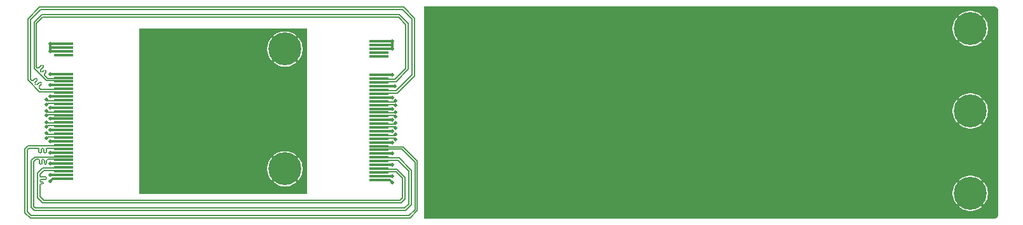
<source format=gbr>
%TF.GenerationSoftware,KiCad,Pcbnew,9.0.0*%
%TF.CreationDate,2025-04-28T22:47:42-04:00*%
%TF.ProjectId,Interposer_Board_Test_Fixture,496e7465-7270-46f7-9365-725f426f6172,rev?*%
%TF.SameCoordinates,Original*%
%TF.FileFunction,Copper,L1,Top*%
%TF.FilePolarity,Positive*%
%FSLAX46Y46*%
G04 Gerber Fmt 4.6, Leading zero omitted, Abs format (unit mm)*
G04 Created by KiCad (PCBNEW 9.0.0) date 2025-04-28 22:47:42*
%MOMM*%
%LPD*%
G01*
G04 APERTURE LIST*
%TA.AperFunction,SMDPad,CuDef*%
%ADD10R,2.500000X0.350000*%
%TD*%
%TA.AperFunction,ComponentPad*%
%ADD11C,0.700000*%
%TD*%
%TA.AperFunction,ComponentPad*%
%ADD12C,4.400000*%
%TD*%
%TA.AperFunction,ViaPad*%
%ADD13C,0.508000*%
%TD*%
%TA.AperFunction,Conductor*%
%ADD14C,0.350000*%
%TD*%
%TA.AperFunction,Conductor*%
%ADD15C,0.188000*%
%TD*%
G04 APERTURE END LIST*
D10*
%TO.P,J1,1,1*%
%TO.N,GND*%
X116913600Y-115178600D03*
%TO.P,J1,3,3*%
X116913600Y-114678600D03*
%TO.P,J1,5,5*%
%TO.N,/TX3_N*%
X116913600Y-114178601D03*
%TO.P,J1,7,7*%
%TO.N,/TX3_P*%
X116913600Y-113678600D03*
%TO.P,J1,9,9*%
%TO.N,GND*%
X116913600Y-113178600D03*
%TO.P,J1,11,11*%
%TO.N,/RX3_N*%
X116913600Y-112678599D03*
%TO.P,J1,13,13*%
%TO.N,/RX3_P*%
X116913600Y-112178600D03*
%TO.P,J1,15,15*%
%TO.N,GND*%
X116913600Y-111678601D03*
%TO.P,J1,17,17*%
%TO.N,/TX2_N*%
X116913600Y-111178600D03*
%TO.P,J1,19,19*%
%TO.N,/TX2_P*%
X116913600Y-110678600D03*
%TO.P,J1,21,21*%
%TO.N,GND*%
X116913600Y-110178599D03*
%TO.P,J1,23,23*%
%TO.N,/RX2_N*%
X116913600Y-109678600D03*
%TO.P,J1,25,25*%
%TO.N,/RX2_P*%
X116913600Y-109178601D03*
%TO.P,J1,27,27*%
%TO.N,GND*%
X116913600Y-108678600D03*
%TO.P,J1,29,29*%
%TO.N,/TX1_N*%
X116913600Y-108178600D03*
%TO.P,J1,31,31*%
%TO.N,/TX1_P*%
X116913600Y-107678599D03*
%TO.P,J1,33,33*%
%TO.N,GND*%
X116913600Y-107178600D03*
%TO.P,J1,35,35*%
%TO.N,/RX1_N*%
X116913600Y-106678600D03*
%TO.P,J1,37,37*%
%TO.N,/RX1_P*%
X116913600Y-106178600D03*
%TO.P,J1,39,39*%
%TO.N,GND*%
X116913600Y-105678600D03*
%TO.P,J1,41,41*%
%TO.N,/TX0_N*%
X116913600Y-105178601D03*
%TO.P,J1,43,43*%
%TO.N,/TX0_P*%
X116913600Y-104678600D03*
%TO.P,J1,45,45*%
%TO.N,GND*%
X116913600Y-104178600D03*
%TO.P,J1,47,47*%
%TO.N,/RX0_N*%
X116913600Y-103678600D03*
%TO.P,J1,49,49*%
%TO.N,/RX0_P*%
X116913600Y-103178600D03*
%TO.P,J1,51,51*%
%TO.N,GND*%
X116913600Y-102678601D03*
%TO.P,J1,53,53*%
%TO.N,/REFCLK_N*%
X116913600Y-102178600D03*
%TO.P,J1,55,55*%
%TO.N,/REFCLK_P*%
X116913600Y-101678600D03*
%TO.P,J1,57,57*%
%TO.N,GND*%
X116913600Y-101178599D03*
%TO.P,J1,67,67*%
%TO.N,unconnected-(J1-Pad67)*%
X116913600Y-98678599D03*
%TO.P,J1,69,69*%
%TO.N,unconnected-(J1-Pad69)*%
X116913600Y-98178600D03*
%TO.P,J1,71,71*%
%TO.N,GND*%
X116913600Y-97678600D03*
%TO.P,J1,73,73*%
X116913600Y-97178600D03*
%TO.P,J1,75,75*%
X116913600Y-96678600D03*
%TD*%
D11*
%TO.P,H3,1,1*%
%TO.N,GND*%
X194026100Y-94978600D03*
X194509374Y-93811874D03*
X194509374Y-96145326D03*
X195676100Y-93328600D03*
D12*
X195676100Y-94978600D03*
D11*
X195676100Y-96628600D03*
X196842826Y-93811874D03*
X196842826Y-96145326D03*
X197326100Y-94978600D03*
%TD*%
%TO.P,H2,1,1*%
%TO.N,GND*%
X102751100Y-97703600D03*
X103234374Y-96536874D03*
X103234374Y-98870326D03*
X104401100Y-96053600D03*
D12*
X104401100Y-97703600D03*
D11*
X104401100Y-99353600D03*
X105567826Y-96536874D03*
X105567826Y-98870326D03*
X106051100Y-97703600D03*
%TD*%
%TO.P,H4,1,1*%
%TO.N,GND*%
X194026100Y-116978600D03*
X194509374Y-115811874D03*
X194509374Y-118145326D03*
X195676100Y-115328600D03*
D12*
X195676100Y-116978600D03*
D11*
X195676100Y-118628600D03*
X196842826Y-115811874D03*
X196842826Y-118145326D03*
X197326100Y-116978600D03*
%TD*%
%TO.P,H1,1,1*%
%TO.N,GND*%
X194026100Y-105978600D03*
X194509374Y-104811874D03*
X194509374Y-107145326D03*
X195676100Y-104328600D03*
D12*
X195676100Y-105978600D03*
D11*
X195676100Y-107628600D03*
X196842826Y-104811874D03*
X196842826Y-107145326D03*
X197326100Y-105978600D03*
%TD*%
%TO.P,H5,1,1*%
%TO.N,GND*%
X102751100Y-113703600D03*
X103234374Y-112536874D03*
X103234374Y-114870326D03*
X104401100Y-112053600D03*
D12*
X104401100Y-113703600D03*
D11*
X104401100Y-115353600D03*
X105567826Y-112536874D03*
X105567826Y-114870326D03*
X106051100Y-113703600D03*
%TD*%
D10*
%TO.P,J2,2,2*%
%TO.N,GND*%
X74926100Y-115028601D03*
%TO.P,J2,4,4*%
X74926100Y-114528600D03*
%TO.P,J2,6,6*%
%TO.N,/TX3_N*%
X74926100Y-114028600D03*
%TO.P,J2,8,8*%
%TO.N,/TX3_P*%
X74926100Y-113528599D03*
%TO.P,J2,10,10*%
%TO.N,GND*%
X74926100Y-113028600D03*
%TO.P,J2,12,12*%
%TO.N,/RX3_N*%
X74926100Y-112528600D03*
%TO.P,J2,14,14*%
%TO.N,/RX3_P*%
X74926100Y-112028600D03*
%TO.P,J2,16,16*%
%TO.N,GND*%
X74926100Y-111528600D03*
%TO.P,J2,18,18*%
%TO.N,/TX2_N*%
X74926101Y-111028600D03*
%TO.P,J2,20,20*%
%TO.N,/TX2_P*%
X74926100Y-110528600D03*
%TO.P,J2,22,22*%
%TO.N,GND*%
X74926100Y-110028600D03*
%TO.P,J2,24,24*%
%TO.N,/RX2_N*%
X74926100Y-109528600D03*
%TO.P,J2,26,26*%
%TO.N,/RX2_P*%
X74926100Y-109028600D03*
%TO.P,J2,28,28*%
%TO.N,GND*%
X74926100Y-108528601D03*
%TO.P,J2,30,30*%
%TO.N,/TX1_N*%
X74926100Y-108028600D03*
%TO.P,J2,32,32*%
%TO.N,/TX1_P*%
X74926100Y-107528600D03*
%TO.P,J2,34,34*%
%TO.N,GND*%
X74926100Y-107028599D03*
%TO.P,J2,36,36*%
%TO.N,/RX1_N*%
X74926100Y-106528600D03*
%TO.P,J2,38,38*%
%TO.N,/RX1_P*%
X74926100Y-106028601D03*
%TO.P,J2,40,40*%
%TO.N,GND*%
X74926100Y-105528600D03*
%TO.P,J2,42,42*%
%TO.N,/TX0_N*%
X74926100Y-105028600D03*
%TO.P,J2,44,44*%
%TO.N,/TX0_P*%
X74926100Y-104528599D03*
%TO.P,J2,46,46*%
%TO.N,GND*%
X74926100Y-104028600D03*
%TO.P,J2,48,48*%
%TO.N,/RX0_N*%
X74926100Y-103528601D03*
%TO.P,J2,50,50*%
%TO.N,/RX0_P*%
X74926100Y-103028600D03*
%TO.P,J2,52,52*%
%TO.N,GND*%
X74926100Y-102528600D03*
%TO.P,J2,54,54*%
%TO.N,/REFCLK_N*%
X74926100Y-102028599D03*
%TO.P,J2,56,56*%
%TO.N,/REFCLK_P*%
X74926100Y-101528600D03*
%TO.P,J2,58,58*%
%TO.N,GND*%
X74926100Y-101028600D03*
%TO.P,J2,68,68*%
%TO.N,unconnected-(J2-Pad68)*%
X74926100Y-98528600D03*
%TO.P,J2,70,70*%
%TO.N,GND*%
X74926100Y-98028600D03*
%TO.P,J2,72,72*%
X74926100Y-97528600D03*
%TO.P,J2,74,74*%
X74926100Y-97028601D03*
%TD*%
D13*
%TO.N,GND*%
X139901100Y-109203600D03*
X102401100Y-111703600D03*
X118663600Y-97678600D03*
X137901100Y-103203600D03*
X88401100Y-97703600D03*
X197901100Y-111203600D03*
X100401100Y-113703600D03*
X191901100Y-117203600D03*
X73176100Y-108528601D03*
X135901100Y-117203600D03*
X141901100Y-111203600D03*
X98401100Y-95703600D03*
X193901100Y-99203600D03*
X179901100Y-93203600D03*
X133901100Y-95203600D03*
X167901100Y-97203600D03*
X106401100Y-111703600D03*
X139901100Y-101203600D03*
X104401100Y-105703600D03*
X159901100Y-101203600D03*
X133901100Y-103203600D03*
X169901100Y-119203600D03*
X123901100Y-93203600D03*
X165901100Y-119203600D03*
X189901100Y-111203600D03*
X135901100Y-113203600D03*
X133901100Y-107203600D03*
X197901100Y-103203600D03*
X100401100Y-101703600D03*
X92401100Y-109703600D03*
X135901100Y-97203600D03*
X133901100Y-119203600D03*
X157901100Y-119203600D03*
X155901100Y-105203600D03*
X157901100Y-95203600D03*
X141901100Y-107203600D03*
X189901100Y-95203600D03*
X183901100Y-97203600D03*
X151901100Y-97203600D03*
X185901100Y-107203600D03*
X94401100Y-115703600D03*
X123901100Y-109203600D03*
X118663600Y-111678599D03*
X169901100Y-95203600D03*
X187901100Y-109203600D03*
X157901100Y-99203600D03*
X175901100Y-105203600D03*
X123901100Y-105203600D03*
X102401100Y-107703600D03*
X137901100Y-115203600D03*
X153901100Y-111203600D03*
X157901100Y-103203600D03*
X86401100Y-103703600D03*
X143901100Y-109203600D03*
X73176100Y-101028600D03*
X169901100Y-103203600D03*
X167901100Y-109203600D03*
X159901100Y-97203600D03*
X118663600Y-96678601D03*
X96401100Y-105703600D03*
X129901100Y-111203600D03*
X173901100Y-115203600D03*
X177901100Y-111203600D03*
X127901100Y-97203600D03*
X127901100Y-93203600D03*
X102401100Y-95703600D03*
X129901100Y-115203600D03*
X175901100Y-97203600D03*
X131901100Y-101203600D03*
X163901100Y-101203600D03*
X131901100Y-109203600D03*
X131901100Y-113203600D03*
X151901100Y-113203600D03*
X118663600Y-107178598D03*
X143901100Y-101203600D03*
X159901100Y-105203600D03*
X137901100Y-119203600D03*
X191901100Y-105203600D03*
X187901100Y-113203600D03*
X195901100Y-113203600D03*
X171901100Y-109203600D03*
X129901100Y-99203600D03*
X129901100Y-119203600D03*
X145901100Y-111203600D03*
X141901100Y-115203600D03*
X125901100Y-103203600D03*
X139901100Y-97203600D03*
X106401100Y-115703600D03*
X106401100Y-103703600D03*
X102401100Y-115703600D03*
X73176100Y-115353600D03*
X118663600Y-110178599D03*
X163901100Y-113203600D03*
X183901100Y-105203600D03*
X73176100Y-102528600D03*
X94401100Y-111703600D03*
X96401100Y-109703600D03*
X96401100Y-101703600D03*
X157901100Y-115203600D03*
X169901100Y-107203600D03*
X163901100Y-109203600D03*
X175901100Y-113203600D03*
X147901100Y-101203600D03*
X123901100Y-97203600D03*
X145901100Y-103203600D03*
X94401100Y-99703600D03*
X151901100Y-105203600D03*
X73176100Y-107028599D03*
X127901100Y-105203600D03*
X185901100Y-95203600D03*
X183901100Y-101203600D03*
X185901100Y-103203600D03*
X100401100Y-97703600D03*
X92401100Y-105703600D03*
X90401100Y-111703600D03*
X169901100Y-111203600D03*
X149901100Y-107203600D03*
X96401100Y-113703600D03*
X155901100Y-101203600D03*
X118663600Y-108678600D03*
X86401100Y-99703600D03*
X189901100Y-119203600D03*
X157901100Y-111203600D03*
X106401100Y-107703600D03*
X143901100Y-93203600D03*
X143901100Y-105203600D03*
X139901100Y-113203600D03*
X86401100Y-115703600D03*
X131901100Y-117203600D03*
X179901100Y-117203600D03*
X88401100Y-109703600D03*
X147901100Y-113203600D03*
X191901100Y-101203600D03*
X181901100Y-99203600D03*
X118663600Y-114678599D03*
X165901100Y-111203600D03*
X173901100Y-103203600D03*
X104401100Y-109703600D03*
X133901100Y-115203600D03*
X98401100Y-107703600D03*
X119001100Y-102678600D03*
X125901100Y-119203600D03*
X141901100Y-95203600D03*
X183901100Y-109203600D03*
X161901100Y-119203600D03*
X141901100Y-99203600D03*
X129901100Y-103203600D03*
X102401100Y-99703600D03*
X155901100Y-93203600D03*
X135901100Y-93203600D03*
X73176100Y-97028601D03*
X173901100Y-107203600D03*
X127901100Y-101203600D03*
X118663600Y-101178599D03*
X135901100Y-101203600D03*
X159901100Y-113203600D03*
X98401100Y-103703600D03*
X100401100Y-109703600D03*
X177901100Y-103203600D03*
X183901100Y-113203600D03*
X179901100Y-97203600D03*
X183901100Y-117203600D03*
X173901100Y-119203600D03*
X129901100Y-95203600D03*
X149901100Y-119203600D03*
X169901100Y-99203600D03*
X118663600Y-104178599D03*
X88401100Y-101703600D03*
X149901100Y-115203600D03*
X90401100Y-115703600D03*
X189901100Y-103203600D03*
X73176100Y-98028600D03*
X177901100Y-107203600D03*
X141901100Y-119203600D03*
X197901100Y-99203600D03*
X175901100Y-117203600D03*
X73176100Y-110028600D03*
X161901100Y-107203600D03*
X167901100Y-101203600D03*
X135901100Y-105203600D03*
X185901100Y-99203600D03*
X191901100Y-93203600D03*
X125901100Y-111203600D03*
X73176100Y-114528600D03*
X169901100Y-115203600D03*
X163901100Y-105203600D03*
X179901100Y-113203600D03*
X189901100Y-115203600D03*
X161901100Y-115203600D03*
X155901100Y-117203600D03*
X131901100Y-93203600D03*
X179901100Y-109203600D03*
X102401100Y-103703600D03*
X187901100Y-117203600D03*
X185901100Y-115203600D03*
X133901100Y-99203600D03*
X165901100Y-103203600D03*
X153901100Y-115203600D03*
X73176100Y-111528600D03*
X181901100Y-103203600D03*
X187901100Y-97203600D03*
X153901100Y-103203600D03*
X179901100Y-105203600D03*
X151901100Y-117203600D03*
X171901100Y-113203600D03*
X165901100Y-95203600D03*
X163901100Y-117203600D03*
X171901100Y-93203600D03*
X195901100Y-101203600D03*
X127901100Y-117203600D03*
X137901100Y-99203600D03*
X151901100Y-109203600D03*
X123901100Y-113203600D03*
X191901100Y-113203600D03*
X86401100Y-107703600D03*
X145901100Y-95203600D03*
X92401100Y-101703600D03*
X167901100Y-105203600D03*
X177901100Y-119203600D03*
X137901100Y-111203600D03*
X147901100Y-93203600D03*
X125901100Y-107203600D03*
X143901100Y-117203600D03*
X161901100Y-95203600D03*
X137901100Y-95203600D03*
X92401100Y-113703600D03*
X181901100Y-107203600D03*
X135901100Y-109203600D03*
X94401100Y-107703600D03*
X163901100Y-97203600D03*
X149901100Y-95203600D03*
X191901100Y-109203600D03*
X145901100Y-99203600D03*
X173901100Y-99203600D03*
X175901100Y-101203600D03*
X177901100Y-99203600D03*
X131901100Y-105203600D03*
X86401100Y-95703600D03*
X155901100Y-97203600D03*
X147901100Y-97203600D03*
X179901100Y-101203600D03*
X139901100Y-117203600D03*
X167901100Y-117203600D03*
X104401100Y-101703600D03*
X175901100Y-93203600D03*
X143901100Y-113203600D03*
X187901100Y-93203600D03*
X139901100Y-93203600D03*
X118663600Y-115503599D03*
X159901100Y-109203600D03*
X151901100Y-93203600D03*
X125901100Y-95203600D03*
X171901100Y-105203600D03*
X167901100Y-113203600D03*
X151901100Y-101203600D03*
X161901100Y-103203600D03*
X153901100Y-119203600D03*
X137901100Y-107203600D03*
X155901100Y-113203600D03*
X153901100Y-107203600D03*
X90401100Y-99703600D03*
X73176100Y-105528600D03*
X177901100Y-95203600D03*
X175901100Y-109203600D03*
X139901100Y-105203600D03*
X73176100Y-113028600D03*
X163901100Y-93203600D03*
X145901100Y-115203600D03*
X161901100Y-99203600D03*
X189901100Y-99203600D03*
X98401100Y-115703600D03*
X143901100Y-97203600D03*
X187901100Y-105203600D03*
X181901100Y-115203600D03*
X191901100Y-97203600D03*
X131901100Y-97203600D03*
X96401100Y-97703600D03*
X149901100Y-103203600D03*
X185901100Y-119203600D03*
X145901100Y-119203600D03*
X147901100Y-109203600D03*
X189901100Y-107203600D03*
X165901100Y-115203600D03*
X147901100Y-117203600D03*
X185901100Y-111203600D03*
X98401100Y-111703600D03*
X141901100Y-103203600D03*
X147901100Y-105203600D03*
X149901100Y-111203600D03*
X127901100Y-113203600D03*
X195901100Y-109203600D03*
X98401100Y-99703600D03*
X187901100Y-101203600D03*
X167901100Y-93203600D03*
X129901100Y-107203600D03*
X125901100Y-115203600D03*
X125901100Y-99203600D03*
X155901100Y-109203600D03*
X73176100Y-104028600D03*
X157901100Y-107203600D03*
X86401100Y-111703600D03*
X88401100Y-113703600D03*
X94401100Y-103703600D03*
X90401100Y-107703600D03*
X173901100Y-111203600D03*
X118663600Y-113178599D03*
X92401100Y-97703600D03*
X153901100Y-99203600D03*
X159901100Y-117203600D03*
X181901100Y-111203600D03*
X161901100Y-111203600D03*
X193901100Y-111203600D03*
X88401100Y-105703600D03*
X165901100Y-107203600D03*
X100401100Y-105703600D03*
X159901100Y-93203600D03*
X153901100Y-95203600D03*
X183901100Y-93203600D03*
X145901100Y-107203600D03*
X165901100Y-99203600D03*
X94401100Y-95703600D03*
X127901100Y-109203600D03*
X173901100Y-95203600D03*
X118663600Y-105678599D03*
X149901100Y-99203600D03*
X90401100Y-103703600D03*
X181901100Y-119203600D03*
X171901100Y-117203600D03*
X171901100Y-97203600D03*
X106401100Y-95703600D03*
X123901100Y-101203600D03*
X133901100Y-111203600D03*
X90401100Y-95703600D03*
X123901100Y-117203600D03*
X193901100Y-103203600D03*
X171901100Y-101203600D03*
X181901100Y-95203600D03*
X106401100Y-99703600D03*
X177901100Y-115203600D03*
%TO.N,/RX1_P*%
X119163600Y-106104748D03*
X72676100Y-105954749D03*
%TO.N,/RX2_P*%
X72676100Y-108954750D03*
X119163600Y-109104749D03*
%TO.N,/TX0_P*%
X72676100Y-104454750D03*
X119163600Y-104604749D03*
%TO.N,/TX1_N*%
X119163600Y-108252450D03*
X72676100Y-108102451D03*
%TO.N,/TX0_N*%
X119163600Y-105252449D03*
X72676100Y-105102450D03*
%TO.N,/TX1_P*%
X72676100Y-107454751D03*
X119163600Y-107604750D03*
%TO.N,/RX1_N*%
X72676100Y-106602449D03*
X119163600Y-106752448D03*
%TO.N,/RX2_N*%
X72676100Y-109602450D03*
X119163600Y-109752449D03*
%TD*%
D14*
%TO.N,GND*%
X119001099Y-102678599D02*
X116913600Y-102678599D01*
X73176100Y-110028600D02*
X74926100Y-110028600D01*
X73176100Y-105528600D02*
X74926100Y-105528600D01*
X73176100Y-107028599D02*
X74926100Y-107028599D01*
X118663600Y-108678600D02*
X116913600Y-108678600D01*
X119001100Y-102678600D02*
X119001099Y-102678599D01*
X118663600Y-97178600D02*
X116913600Y-97178600D01*
X118663600Y-111678599D02*
X116913600Y-111678599D01*
X73176100Y-104028600D02*
X74926100Y-104028600D01*
X118663600Y-107178598D02*
X116913600Y-107178598D01*
X73176100Y-98028600D02*
X73176100Y-97528600D01*
X73176100Y-111528600D02*
X74926100Y-111528600D01*
X73176100Y-113028600D02*
X74926100Y-113028600D01*
X118663600Y-97678600D02*
X116913600Y-97678600D01*
X118663600Y-101178599D02*
X116913600Y-101178599D01*
X118663600Y-110178599D02*
X116913600Y-110178599D01*
X118663600Y-115503599D02*
X118338601Y-115178600D01*
X73176100Y-108528601D02*
X74926100Y-108528601D01*
X73176100Y-101028600D02*
X74926100Y-101028600D01*
X73176100Y-97028601D02*
X74926100Y-97028601D01*
X73501099Y-115028601D02*
X74926100Y-115028601D01*
X118338601Y-115178600D02*
X116913600Y-115178600D01*
X118663600Y-105678599D02*
X116913600Y-105678599D01*
X118663600Y-96678601D02*
X116913600Y-96678601D01*
X73176100Y-102528600D02*
X74926100Y-102528600D01*
X118663600Y-97178600D02*
X118663600Y-96678601D01*
X118663600Y-113178599D02*
X116913600Y-113178599D01*
X73176100Y-115353600D02*
X73501099Y-115028601D01*
X73176100Y-97528600D02*
X73176100Y-97028601D01*
X118663600Y-97678600D02*
X118663600Y-97178600D01*
X73176100Y-97528600D02*
X74926100Y-97528600D01*
X118663600Y-104178599D02*
X116913600Y-104178599D01*
X73176100Y-98028600D02*
X74926100Y-98028600D01*
X118663600Y-114678599D02*
X116913600Y-114678599D01*
X73176100Y-114528600D02*
X74926100Y-114528600D01*
D15*
%TO.N,/RX1_P*%
X72836100Y-106114749D02*
X72676100Y-105954749D01*
X116913600Y-106178598D02*
X116999750Y-106264748D01*
X74926100Y-106028599D02*
X74839950Y-106114749D01*
X116999750Y-106264748D02*
X119003600Y-106264748D01*
X74839950Y-106114749D02*
X72836100Y-106114749D01*
X119003600Y-106264748D02*
X119163600Y-106104748D01*
%TO.N,/RX2_P*%
X116999750Y-109264749D02*
X119003600Y-109264749D01*
X72836100Y-109114750D02*
X72676100Y-108954750D01*
X116913600Y-109178599D02*
X116999750Y-109264749D01*
X74839950Y-109114750D02*
X72836100Y-109114750D01*
X74926100Y-109028600D02*
X74839950Y-109114750D01*
X119003600Y-109264749D02*
X119163600Y-109104749D01*
%TO.N,/RX0_N*%
X120180530Y-92089750D02*
X71733230Y-92089750D01*
X71733230Y-92089750D02*
X70162250Y-93660730D01*
X121666300Y-93575520D02*
X120180530Y-92089750D01*
X70162250Y-101864750D02*
X71739950Y-103442450D01*
X71739950Y-103442450D02*
X73764949Y-103442450D01*
X118074751Y-103592449D02*
X119349750Y-103592449D01*
X117988600Y-103678600D02*
X118074751Y-103592449D01*
X119349750Y-103592449D02*
X121666300Y-101275899D01*
X73764949Y-103442450D02*
X73851100Y-103528601D01*
X121666300Y-101275899D02*
X121666300Y-93575520D01*
X70162250Y-93660730D02*
X70162250Y-101864750D01*
%TO.N,/REFCLK_P*%
X71326100Y-100140160D02*
X71326100Y-94278600D01*
X72162250Y-93442450D02*
X119527451Y-93442450D01*
X120513600Y-94428599D02*
X120513600Y-100290159D01*
X119039010Y-101764749D02*
X118074750Y-101764749D01*
X71326100Y-100140160D02*
X71400567Y-100214626D01*
X71326100Y-94278600D02*
X72162250Y-93442450D01*
X71965129Y-99865026D02*
X71615528Y-100214626D01*
X120513600Y-100290159D02*
X119039010Y-101764749D01*
X119527451Y-93442450D02*
X120513600Y-94428599D01*
X72800690Y-101614750D02*
X72421632Y-101235692D01*
X72233830Y-99918767D02*
X72180089Y-99865026D01*
X71937970Y-100752029D02*
X71884230Y-100698290D01*
X72421632Y-101020731D02*
X72594446Y-100847916D01*
X72325745Y-100579215D02*
X72152930Y-100752029D01*
X73764950Y-101614750D02*
X72800690Y-101614750D01*
X72594446Y-100632956D02*
X72540705Y-100579215D01*
X71884230Y-100483329D02*
X72233830Y-100133728D01*
X73851100Y-101528600D02*
X73764950Y-101614750D01*
X118074750Y-101764749D02*
X117988600Y-101678599D01*
X72594446Y-100847916D02*
G75*
G03*
X72594482Y-100632920I-107446J107516D01*
G01*
X72421632Y-101235692D02*
G75*
G02*
X72421620Y-101020719I107468J107492D01*
G01*
X71884230Y-100698290D02*
G75*
G02*
X71884220Y-100483319I107470J107490D01*
G01*
X72180089Y-99865026D02*
G75*
G03*
X71965129Y-99865026I-107480J-107479D01*
G01*
X72233830Y-100133728D02*
G75*
G03*
X72233878Y-99918720I-107530J107528D01*
G01*
X72152930Y-100752029D02*
G75*
G02*
X71937970Y-100752029I-107480J107479D01*
G01*
X71615528Y-100214626D02*
G75*
G02*
X71400568Y-100214626I-107480J107480D01*
G01*
X72540705Y-100579215D02*
G75*
G03*
X72325745Y-100579215I-107480J-107479D01*
G01*
%TO.N,/TX2_N*%
X116999750Y-111092449D02*
X116913599Y-111178599D01*
X70126100Y-119471880D02*
X70632820Y-119978600D01*
X121713600Y-119158440D02*
X121713600Y-112835319D01*
X72483351Y-111593589D02*
X72420351Y-111593589D01*
X70126100Y-111178600D02*
X70126100Y-119471880D01*
X74926101Y-111028600D02*
X74839950Y-110942450D01*
X120893440Y-119978600D02*
X121713600Y-119158440D01*
X71853351Y-111593589D02*
X71790351Y-111593589D01*
X70632820Y-119978600D02*
X120893440Y-119978600D01*
X72294351Y-111467589D02*
X72294351Y-111068450D01*
X70362250Y-110942450D02*
X71538351Y-110942450D01*
X119970730Y-111092449D02*
X116999750Y-111092449D01*
X72168351Y-110942450D02*
X72105351Y-110942450D01*
X72609351Y-111068450D02*
X72609351Y-111467589D01*
X70126100Y-111178600D02*
X70362250Y-110942450D01*
X74839950Y-110942450D02*
X72735351Y-110942450D01*
X121713600Y-112835319D02*
X119970730Y-111092449D01*
X71979351Y-111068450D02*
X71979351Y-111467589D01*
X71664351Y-111467589D02*
X71664351Y-111068450D01*
X72420351Y-111593589D02*
G75*
G02*
X72294411Y-111467589I49J125989D01*
G01*
X72609351Y-111467589D02*
G75*
G02*
X72483351Y-111593651I-126051J-11D01*
G01*
X72105351Y-110942450D02*
G75*
G03*
X71979350Y-111068450I49J-126050D01*
G01*
X71979351Y-111467589D02*
G75*
G02*
X71853351Y-111593651I-126051J-11D01*
G01*
X72294351Y-111068450D02*
G75*
G03*
X72168351Y-110942449I-126051J-50D01*
G01*
X71790351Y-111593589D02*
G75*
G02*
X71664411Y-111467589I49J125989D01*
G01*
X72735351Y-110942450D02*
G75*
G03*
X72609350Y-111068450I49J-126050D01*
G01*
X71664351Y-111068450D02*
G75*
G03*
X71538351Y-110942449I-126051J-50D01*
G01*
%TO.N,/TX0_P*%
X116999750Y-104764749D02*
X119003600Y-104764749D01*
X116913600Y-104678599D02*
X116999750Y-104764749D01*
X74839950Y-104614750D02*
X72836100Y-104614750D01*
X74926100Y-104528600D02*
X74839950Y-104614750D01*
X119003600Y-104764749D02*
X119163600Y-104604749D01*
X72836100Y-104614750D02*
X72676100Y-104454750D01*
%TO.N,/TX1_N*%
X116913599Y-108178600D02*
X116999750Y-108092450D01*
X119003600Y-108092450D02*
X119163600Y-108252450D01*
X72836100Y-107942451D02*
X72676100Y-108102451D01*
X74926101Y-108028601D02*
X74839950Y-107942451D01*
X74839950Y-107942451D02*
X72836100Y-107942451D01*
X116999750Y-108092450D02*
X119003600Y-108092450D01*
%TO.N,/TX0_N*%
X116913599Y-105178599D02*
X116999750Y-105092449D01*
X72836100Y-104942450D02*
X72676100Y-105102450D01*
X74839950Y-104942450D02*
X72836100Y-104942450D01*
X119003600Y-105092449D02*
X119163600Y-105252449D01*
X74926101Y-105028600D02*
X74839950Y-104942450D01*
X116999750Y-105092449D02*
X119003600Y-105092449D01*
%TO.N,/RX3_N*%
X72039263Y-112568450D02*
X72039263Y-112995135D01*
X72669263Y-112568450D02*
X72669263Y-112945133D01*
X70951100Y-112753600D02*
X70951100Y-118721880D01*
X71535263Y-112442450D02*
X71262250Y-112442450D01*
X73764950Y-112442450D02*
X72795263Y-112442450D01*
X118074750Y-112592449D02*
X117988600Y-112678599D01*
X71182820Y-118953600D02*
X120343439Y-118953600D01*
X119452450Y-112592449D02*
X118074750Y-112592449D01*
X71724263Y-112995135D02*
X71724263Y-112568450D01*
X120343439Y-118953600D02*
X120888600Y-118408439D01*
X72543263Y-113071133D02*
X72480263Y-113071133D01*
X120888600Y-118408439D02*
X120888600Y-114028599D01*
X70951100Y-118721880D02*
X71182820Y-118953600D01*
X71179250Y-112525450D02*
X70951100Y-112753600D01*
X71913263Y-113121135D02*
X71850263Y-113121135D01*
X72354263Y-112945133D02*
X72354263Y-112568450D01*
X71598263Y-112442450D02*
X71535263Y-112442450D01*
X72228263Y-112442450D02*
X72165263Y-112442450D01*
X73851100Y-112528600D02*
X73764950Y-112442450D01*
X120888600Y-114028599D02*
X119452450Y-112592449D01*
X71262250Y-112442450D02*
X71179250Y-112525450D01*
X71850263Y-113121135D02*
G75*
G02*
X71724265Y-112995135I37J126035D01*
G01*
X72669263Y-112945133D02*
G75*
G02*
X72543263Y-113071063I-125963J33D01*
G01*
X72165263Y-112442450D02*
G75*
G03*
X72039250Y-112568450I37J-126050D01*
G01*
X72354263Y-112568450D02*
G75*
G03*
X72228263Y-112442537I-125963J-50D01*
G01*
X71724263Y-112568450D02*
G75*
G03*
X71598263Y-112442537I-125963J-50D01*
G01*
X72480263Y-113071133D02*
G75*
G02*
X72354267Y-112945133I37J126033D01*
G01*
X72039263Y-112995135D02*
G75*
G02*
X71913263Y-113121063I-125963J35D01*
G01*
X72795263Y-112442450D02*
G75*
G03*
X72669250Y-112568450I37J-126050D01*
G01*
%TO.N,/TX2_P*%
X74839950Y-110614750D02*
X70226510Y-110614750D01*
X69798400Y-111042860D02*
X69798400Y-119607620D01*
X122041300Y-119294180D02*
X122041300Y-112699579D01*
X121029180Y-120306300D02*
X122041300Y-119294180D01*
X122041300Y-112699579D02*
X120106470Y-110764749D01*
X70226510Y-110614750D02*
X69798400Y-111042860D01*
X70497080Y-120306300D02*
X121029180Y-120306300D01*
X74926100Y-110528600D02*
X74839950Y-110614750D01*
X116999750Y-110764749D02*
X116913600Y-110678599D01*
X120106470Y-110764749D02*
X116999750Y-110764749D01*
X69798400Y-119607620D02*
X70497080Y-120306300D01*
%TO.N,/RX0_P*%
X73764949Y-103114751D02*
X71875691Y-103114751D01*
X73851100Y-103028600D02*
X73764949Y-103114751D01*
X121338600Y-93694712D02*
X121338600Y-101140159D01*
X71407234Y-101698270D02*
X71353493Y-101644529D01*
X70489950Y-101729010D02*
X70489950Y-93796470D01*
X71944638Y-102235670D02*
X71890897Y-102181929D01*
X120061338Y-92417450D02*
X121338600Y-93694712D01*
X71201923Y-102440982D02*
X71148183Y-102387243D01*
X71685585Y-102709684D02*
X71944638Y-102450630D01*
X71138533Y-101644529D02*
X70879481Y-101903580D01*
X121338600Y-101140159D02*
X119214009Y-103264750D01*
X70489950Y-93796470D02*
X71868970Y-92417450D01*
X70489950Y-101729010D02*
X70664521Y-101903580D01*
X71875691Y-103114751D02*
X71685585Y-102924645D01*
X71675937Y-102181929D02*
X71416883Y-102440982D01*
X71148183Y-102172282D02*
X71407234Y-101913230D01*
X119214009Y-103264750D02*
X118074751Y-103264750D01*
X71868970Y-92417450D02*
X120061338Y-92417450D01*
X118074751Y-103264750D02*
X117988600Y-103178599D01*
X71685585Y-102924645D02*
G75*
G02*
X71685620Y-102709719I107515J107445D01*
G01*
X71944638Y-102450630D02*
G75*
G03*
X71944588Y-102235720I-107438J107430D01*
G01*
X71416883Y-102440982D02*
G75*
G02*
X71201923Y-102440982I-107480J107479D01*
G01*
X71890897Y-102181929D02*
G75*
G03*
X71675937Y-102181929I-107480J-107479D01*
G01*
X70879481Y-101903580D02*
G75*
G02*
X70664521Y-101903580I-107480J107479D01*
G01*
X71148183Y-102387243D02*
G75*
G02*
X71148220Y-102172319I107517J107443D01*
G01*
X71407234Y-101913230D02*
G75*
G03*
X71407184Y-101698320I-107434J107430D01*
G01*
X71353493Y-101644529D02*
G75*
G03*
X71138533Y-101644529I-107480J-107479D01*
G01*
%TO.N,/TX3_N*%
X72262251Y-113942449D02*
X73764949Y-113942449D01*
X72051249Y-115417180D02*
X71902100Y-115417180D01*
X71776100Y-114428600D02*
X72034193Y-114170506D01*
X119713599Y-117928600D02*
X72276100Y-117928600D01*
X72276100Y-117928600D02*
X71776100Y-117428600D01*
X117988600Y-114178599D02*
X118074751Y-114092448D01*
X120063600Y-117578599D02*
X119713599Y-117928600D01*
X72551251Y-114787180D02*
X71902100Y-114787180D01*
X71776100Y-117428600D02*
X71776100Y-115858180D01*
X71902100Y-115102180D02*
X72551251Y-115102180D01*
X118074751Y-114092448D02*
X119177449Y-114092448D01*
X119177449Y-114092448D02*
X120063600Y-114978599D01*
X72677251Y-114976180D02*
X72677251Y-114913180D01*
X71776100Y-114661180D02*
X71776100Y-114428600D01*
X72177249Y-115606180D02*
X72177249Y-115543180D01*
X120063600Y-114978599D02*
X120063600Y-117578599D01*
X71776100Y-115291180D02*
X71776100Y-115228180D01*
X71902100Y-115732180D02*
X72051249Y-115732180D01*
X73764949Y-113942449D02*
X73851100Y-114028600D01*
X72034193Y-114170506D02*
X72262251Y-113942449D01*
X72551251Y-115102180D02*
G75*
G03*
X72677180Y-114976180I-51J125980D01*
G01*
X72051249Y-115732180D02*
G75*
G03*
X72177180Y-115606180I-49J125980D01*
G01*
X71902100Y-115417180D02*
G75*
G02*
X71776120Y-115291180I0J125980D01*
G01*
X71776100Y-115858180D02*
G75*
G02*
X71902100Y-115732200I126000J-20D01*
G01*
X72677251Y-114913180D02*
G75*
G03*
X72551251Y-114787149I-126051J-20D01*
G01*
X72177249Y-115543180D02*
G75*
G03*
X72051249Y-115417151I-126049J-20D01*
G01*
X71776100Y-115228180D02*
G75*
G02*
X71902100Y-115102200I126000J-20D01*
G01*
X71902100Y-114787180D02*
G75*
G02*
X71776120Y-114661180I0J125980D01*
G01*
%TO.N,/TX3_P*%
X73764949Y-113614750D02*
X72126510Y-113614750D01*
X71448400Y-114292860D02*
X71448400Y-117564340D01*
X120391300Y-117714339D02*
X120391300Y-114842859D01*
X118074751Y-113764749D02*
X117988600Y-113678598D01*
X73851100Y-113528599D02*
X73764949Y-113614750D01*
X72126510Y-113614750D02*
X71448400Y-114292860D01*
X119313190Y-113764749D02*
X118074751Y-113764749D01*
X119849339Y-118256300D02*
X120391300Y-117714339D01*
X71448400Y-117564340D02*
X72140360Y-118256300D01*
X120391300Y-114842859D02*
X119313190Y-113764749D01*
X72140360Y-118256300D02*
X119849339Y-118256300D01*
%TO.N,/RX3_P*%
X121216300Y-113892859D02*
X119588190Y-112264749D01*
X71047080Y-119281300D02*
X120479179Y-119281300D01*
X70623400Y-112617860D02*
X70623400Y-118857620D01*
X119588190Y-112264749D02*
X118074750Y-112264749D01*
X121216300Y-118544179D02*
X121216300Y-113892859D01*
X73764950Y-112114750D02*
X71126510Y-112114750D01*
X71126510Y-112114750D02*
X70623400Y-112617860D01*
X120479179Y-119281300D02*
X121216300Y-118544179D01*
X70623400Y-118857620D02*
X71047080Y-119281300D01*
X73851100Y-112028600D02*
X73764950Y-112114750D01*
X118074750Y-112264749D02*
X117988600Y-112178599D01*
%TO.N,/TX1_P*%
X119003600Y-107764750D02*
X119163600Y-107604750D01*
X72836100Y-107614751D02*
X72676100Y-107454751D01*
X74926100Y-107528601D02*
X74839950Y-107614751D01*
X116913600Y-107678600D02*
X116999750Y-107764750D01*
X74839950Y-107614751D02*
X72836100Y-107614751D01*
X116999750Y-107764750D02*
X119003600Y-107764750D01*
%TO.N,/REFCLK_N*%
X72026510Y-93114750D02*
X119663191Y-93114750D01*
X118074750Y-102092448D02*
X117988600Y-102178598D01*
X119174751Y-102092448D02*
X118074750Y-102092448D01*
X70998400Y-100275900D02*
X70998400Y-94142860D01*
X73764950Y-101942449D02*
X72664949Y-101942449D01*
X120841300Y-100425899D02*
X119174751Y-102092448D01*
X119663191Y-93114750D02*
X120841300Y-94292859D01*
X72664949Y-101942449D02*
X70998400Y-100275900D01*
X73851100Y-102028599D02*
X73764950Y-101942449D01*
X120841300Y-94292859D02*
X120841300Y-100425899D01*
X70998400Y-94142860D02*
X72026510Y-93114750D01*
%TO.N,/RX1_N*%
X72836100Y-106442449D02*
X72676100Y-106602449D01*
X119003600Y-106592448D02*
X119163600Y-106752448D01*
X74926101Y-106528599D02*
X74839950Y-106442449D01*
X116999750Y-106592448D02*
X119003600Y-106592448D01*
X74839950Y-106442449D02*
X72836100Y-106442449D01*
X116913599Y-106678598D02*
X116999750Y-106592448D01*
%TO.N,/RX2_N*%
X74926101Y-109528600D02*
X74839950Y-109442450D01*
X74839950Y-109442450D02*
X72836100Y-109442450D01*
X119003600Y-109592449D02*
X119163600Y-109752449D01*
X116999750Y-109592449D02*
X119003600Y-109592449D01*
X72836100Y-109442450D02*
X72676100Y-109602450D01*
X116913599Y-109678599D02*
X116999750Y-109592449D01*
%TD*%
%TA.AperFunction,Conductor*%
%TO.N,GND*%
G36*
X198704775Y-91979462D02*
G01*
X198737611Y-91982696D01*
X198830197Y-91991815D01*
X198844653Y-91994690D01*
X198961701Y-92030196D01*
X198975311Y-92035833D01*
X199083200Y-92093501D01*
X199095439Y-92101679D01*
X199189999Y-92179283D01*
X199200416Y-92189700D01*
X199278018Y-92284258D01*
X199286199Y-92296501D01*
X199343863Y-92404383D01*
X199349503Y-92417999D01*
X199385008Y-92535045D01*
X199387884Y-92549502D01*
X199400238Y-92674923D01*
X199400600Y-92682295D01*
X199400600Y-119699904D01*
X199400238Y-119707276D01*
X199387884Y-119832697D01*
X199385008Y-119847154D01*
X199349503Y-119964200D01*
X199343861Y-119977820D01*
X199286202Y-120085693D01*
X199278014Y-120097947D01*
X199200419Y-120192496D01*
X199189996Y-120202919D01*
X199095447Y-120280514D01*
X199083193Y-120288702D01*
X199009860Y-120327900D01*
X198975320Y-120346362D01*
X198961700Y-120352003D01*
X198844654Y-120387508D01*
X198830197Y-120390384D01*
X198713782Y-120401850D01*
X198704774Y-120402738D01*
X198697404Y-120403100D01*
X123026300Y-120403100D01*
X122977962Y-120385507D01*
X122952242Y-120340958D01*
X122951100Y-120327900D01*
X122951100Y-116824418D01*
X193323700Y-116824418D01*
X193323700Y-117132781D01*
X193363952Y-117438518D01*
X193363952Y-117438519D01*
X193443760Y-117736373D01*
X193561770Y-118021273D01*
X193715955Y-118288329D01*
X193890895Y-118516315D01*
X194784441Y-117622769D01*
X194837067Y-117695202D01*
X194959498Y-117817633D01*
X195031929Y-117870257D01*
X194138383Y-118763803D01*
X194366370Y-118938744D01*
X194633426Y-119092929D01*
X194918326Y-119210939D01*
X195216180Y-119290747D01*
X195521919Y-119331000D01*
X195830281Y-119331000D01*
X196136018Y-119290747D01*
X196136019Y-119290747D01*
X196433873Y-119210939D01*
X196718773Y-119092929D01*
X196985829Y-118938744D01*
X197213815Y-118763803D01*
X196320270Y-117870257D01*
X196392702Y-117817633D01*
X196515133Y-117695202D01*
X196567757Y-117622769D01*
X197461303Y-118516315D01*
X197636244Y-118288329D01*
X197790429Y-118021273D01*
X197908439Y-117736373D01*
X197988247Y-117438519D01*
X197988247Y-117438518D01*
X198028500Y-117132781D01*
X198028500Y-116824418D01*
X197988247Y-116518681D01*
X197988247Y-116518680D01*
X197908439Y-116220826D01*
X197790429Y-115935926D01*
X197636244Y-115668870D01*
X197461303Y-115440883D01*
X196567757Y-116334429D01*
X196515133Y-116261998D01*
X196392702Y-116139567D01*
X196320269Y-116086942D01*
X197213815Y-115193395D01*
X196985829Y-115018455D01*
X196718773Y-114864270D01*
X196433873Y-114746260D01*
X196136019Y-114666452D01*
X195830281Y-114626200D01*
X195521919Y-114626200D01*
X195216181Y-114666452D01*
X195216180Y-114666452D01*
X194918326Y-114746260D01*
X194633426Y-114864270D01*
X194366370Y-115018455D01*
X194138383Y-115193395D01*
X195031929Y-116086942D01*
X194959498Y-116139567D01*
X194837067Y-116261998D01*
X194784442Y-116334429D01*
X193890895Y-115440883D01*
X193715955Y-115668870D01*
X193561770Y-115935926D01*
X193443760Y-116220826D01*
X193363952Y-116518680D01*
X193363952Y-116518681D01*
X193323700Y-116824418D01*
X122951100Y-116824418D01*
X122951100Y-105824418D01*
X193323700Y-105824418D01*
X193323700Y-106132781D01*
X193363952Y-106438518D01*
X193363952Y-106438519D01*
X193443760Y-106736373D01*
X193561770Y-107021273D01*
X193715955Y-107288329D01*
X193890895Y-107516315D01*
X194784441Y-106622769D01*
X194837067Y-106695202D01*
X194959498Y-106817633D01*
X195031929Y-106870257D01*
X194138383Y-107763803D01*
X194366370Y-107938744D01*
X194633426Y-108092929D01*
X194918326Y-108210939D01*
X195216180Y-108290747D01*
X195521919Y-108331000D01*
X195830281Y-108331000D01*
X196136018Y-108290747D01*
X196136019Y-108290747D01*
X196433873Y-108210939D01*
X196718773Y-108092929D01*
X196985829Y-107938744D01*
X197213815Y-107763803D01*
X196320270Y-106870257D01*
X196392702Y-106817633D01*
X196515133Y-106695202D01*
X196567757Y-106622769D01*
X197461303Y-107516315D01*
X197636244Y-107288329D01*
X197790429Y-107021273D01*
X197908439Y-106736373D01*
X197988247Y-106438519D01*
X197988247Y-106438518D01*
X198028500Y-106132781D01*
X198028500Y-105824418D01*
X197988247Y-105518681D01*
X197988247Y-105518680D01*
X197908439Y-105220826D01*
X197790429Y-104935926D01*
X197636244Y-104668870D01*
X197461303Y-104440883D01*
X196567757Y-105334429D01*
X196515133Y-105261998D01*
X196392702Y-105139567D01*
X196320269Y-105086942D01*
X197213815Y-104193395D01*
X196985829Y-104018455D01*
X196718773Y-103864270D01*
X196433873Y-103746260D01*
X196136019Y-103666452D01*
X195830281Y-103626200D01*
X195521919Y-103626200D01*
X195216181Y-103666452D01*
X195216180Y-103666452D01*
X194918326Y-103746260D01*
X194633426Y-103864270D01*
X194366370Y-104018455D01*
X194138383Y-104193395D01*
X195031929Y-105086942D01*
X194959498Y-105139567D01*
X194837067Y-105261998D01*
X194784442Y-105334429D01*
X193890895Y-104440883D01*
X193715955Y-104668870D01*
X193561770Y-104935926D01*
X193443760Y-105220826D01*
X193363952Y-105518680D01*
X193363952Y-105518681D01*
X193323700Y-105824418D01*
X122951100Y-105824418D01*
X122951100Y-94824418D01*
X193323700Y-94824418D01*
X193323700Y-95132781D01*
X193363952Y-95438518D01*
X193363952Y-95438519D01*
X193443760Y-95736373D01*
X193561770Y-96021273D01*
X193715955Y-96288329D01*
X193890895Y-96516315D01*
X194784441Y-95622769D01*
X194837067Y-95695202D01*
X194959498Y-95817633D01*
X195031929Y-95870257D01*
X194138383Y-96763803D01*
X194366370Y-96938744D01*
X194633426Y-97092929D01*
X194918326Y-97210939D01*
X195216180Y-97290747D01*
X195521919Y-97331000D01*
X195830281Y-97331000D01*
X196136018Y-97290747D01*
X196136019Y-97290747D01*
X196433873Y-97210939D01*
X196718773Y-97092929D01*
X196985829Y-96938744D01*
X197213815Y-96763803D01*
X196320270Y-95870257D01*
X196392702Y-95817633D01*
X196515133Y-95695202D01*
X196567757Y-95622769D01*
X197461303Y-96516315D01*
X197636244Y-96288329D01*
X197790429Y-96021273D01*
X197908439Y-95736373D01*
X197988247Y-95438519D01*
X197988247Y-95438518D01*
X198028500Y-95132781D01*
X198028500Y-94824418D01*
X197988247Y-94518681D01*
X197988247Y-94518680D01*
X197908439Y-94220826D01*
X197790429Y-93935926D01*
X197636244Y-93668870D01*
X197461303Y-93440883D01*
X196567757Y-94334429D01*
X196515133Y-94261998D01*
X196392702Y-94139567D01*
X196320269Y-94086942D01*
X197213815Y-93193395D01*
X196985829Y-93018455D01*
X196718773Y-92864270D01*
X196433873Y-92746260D01*
X196136019Y-92666452D01*
X195830281Y-92626200D01*
X195521919Y-92626200D01*
X195216181Y-92666452D01*
X195216180Y-92666452D01*
X194918326Y-92746260D01*
X194633426Y-92864270D01*
X194366370Y-93018455D01*
X194138383Y-93193395D01*
X195031929Y-94086942D01*
X194959498Y-94139567D01*
X194837067Y-94261998D01*
X194784442Y-94334429D01*
X193890895Y-93440883D01*
X193715955Y-93668870D01*
X193561770Y-93935926D01*
X193443760Y-94220826D01*
X193363952Y-94518680D01*
X193363952Y-94518681D01*
X193323700Y-94824418D01*
X122951100Y-94824418D01*
X122951100Y-92054300D01*
X122968693Y-92005962D01*
X123013242Y-91980242D01*
X123026300Y-91979100D01*
X198653505Y-91979100D01*
X198697404Y-91979100D01*
X198704775Y-91979462D01*
G37*
%TD.AperFunction*%
%TA.AperFunction,Conductor*%
G36*
X107348737Y-94996193D02*
G01*
X107374457Y-95040742D01*
X107375599Y-95053800D01*
X107375600Y-116953400D01*
X107358007Y-117001738D01*
X107313458Y-117027458D01*
X107300400Y-117028600D01*
X85051800Y-117028600D01*
X85003462Y-117011007D01*
X84977742Y-116966458D01*
X84976600Y-116953400D01*
X84976600Y-113549418D01*
X102048700Y-113549418D01*
X102048700Y-113857781D01*
X102088952Y-114163518D01*
X102088952Y-114163519D01*
X102168760Y-114461373D01*
X102286770Y-114746273D01*
X102440955Y-115013329D01*
X102615895Y-115241315D01*
X103509441Y-114347769D01*
X103562067Y-114420202D01*
X103684498Y-114542633D01*
X103756929Y-114595257D01*
X102863383Y-115488803D01*
X103091370Y-115663744D01*
X103358426Y-115817929D01*
X103643326Y-115935939D01*
X103941180Y-116015747D01*
X104246919Y-116056000D01*
X104555281Y-116056000D01*
X104861018Y-116015747D01*
X104861019Y-116015747D01*
X105158873Y-115935939D01*
X105443773Y-115817929D01*
X105710829Y-115663744D01*
X105938815Y-115488803D01*
X105045270Y-114595257D01*
X105117702Y-114542633D01*
X105240133Y-114420202D01*
X105292757Y-114347769D01*
X106186303Y-115241315D01*
X106361244Y-115013329D01*
X106515429Y-114746273D01*
X106633439Y-114461373D01*
X106713247Y-114163519D01*
X106713247Y-114163518D01*
X106753500Y-113857781D01*
X106753500Y-113549418D01*
X106713247Y-113243681D01*
X106713247Y-113243680D01*
X106633439Y-112945826D01*
X106515429Y-112660926D01*
X106361244Y-112393870D01*
X106186303Y-112165883D01*
X105292757Y-113059429D01*
X105240133Y-112986998D01*
X105117702Y-112864567D01*
X105045269Y-112811942D01*
X105938815Y-111918395D01*
X105710829Y-111743455D01*
X105443773Y-111589270D01*
X105158873Y-111471260D01*
X104861019Y-111391452D01*
X104555281Y-111351200D01*
X104246919Y-111351200D01*
X103941181Y-111391452D01*
X103941180Y-111391452D01*
X103643326Y-111471260D01*
X103358426Y-111589270D01*
X103091370Y-111743455D01*
X102863383Y-111918395D01*
X103756929Y-112811942D01*
X103684498Y-112864567D01*
X103562067Y-112986998D01*
X103509442Y-113059429D01*
X102615895Y-112165883D01*
X102440955Y-112393870D01*
X102286770Y-112660926D01*
X102168760Y-112945826D01*
X102088952Y-113243680D01*
X102088952Y-113243681D01*
X102048700Y-113549418D01*
X84976600Y-113549418D01*
X84976600Y-111947477D01*
X84976601Y-105978600D01*
X84976601Y-97549418D01*
X102048700Y-97549418D01*
X102048700Y-97857781D01*
X102088952Y-98163518D01*
X102088952Y-98163519D01*
X102168760Y-98461373D01*
X102286770Y-98746273D01*
X102440955Y-99013329D01*
X102615895Y-99241315D01*
X103509441Y-98347769D01*
X103562067Y-98420202D01*
X103684498Y-98542633D01*
X103756929Y-98595257D01*
X102863383Y-99488803D01*
X103091370Y-99663744D01*
X103358426Y-99817929D01*
X103643326Y-99935939D01*
X103941180Y-100015747D01*
X104246919Y-100056000D01*
X104555281Y-100056000D01*
X104861018Y-100015747D01*
X104861019Y-100015747D01*
X105158873Y-99935939D01*
X105443773Y-99817929D01*
X105710829Y-99663744D01*
X105938815Y-99488803D01*
X105045270Y-98595257D01*
X105117702Y-98542633D01*
X105240133Y-98420202D01*
X105292757Y-98347769D01*
X106186303Y-99241315D01*
X106361244Y-99013329D01*
X106515429Y-98746273D01*
X106633439Y-98461373D01*
X106713247Y-98163519D01*
X106713247Y-98163518D01*
X106753500Y-97857781D01*
X106753500Y-97549418D01*
X106713247Y-97243681D01*
X106713247Y-97243680D01*
X106633439Y-96945826D01*
X106515429Y-96660926D01*
X106361244Y-96393870D01*
X106186303Y-96165883D01*
X105292757Y-97059429D01*
X105240133Y-96986998D01*
X105117702Y-96864567D01*
X105045269Y-96811942D01*
X105938815Y-95918395D01*
X105710829Y-95743455D01*
X105443773Y-95589270D01*
X105158873Y-95471260D01*
X104861019Y-95391452D01*
X104555281Y-95351200D01*
X104246919Y-95351200D01*
X103941181Y-95391452D01*
X103941180Y-95391452D01*
X103643326Y-95471260D01*
X103358426Y-95589270D01*
X103091370Y-95743455D01*
X102863383Y-95918395D01*
X103756929Y-96811942D01*
X103684498Y-96864567D01*
X103562067Y-96986998D01*
X103509442Y-97059429D01*
X102615895Y-96165883D01*
X102440955Y-96393870D01*
X102286770Y-96660926D01*
X102168760Y-96945826D01*
X102088952Y-97243680D01*
X102088952Y-97243681D01*
X102048700Y-97549418D01*
X84976601Y-97549418D01*
X84976601Y-95053800D01*
X84994194Y-95005462D01*
X85038743Y-94979742D01*
X85051801Y-94978600D01*
X107300399Y-94978600D01*
X107348737Y-94996193D01*
G37*
%TD.AperFunction*%
%TD*%
M02*

</source>
